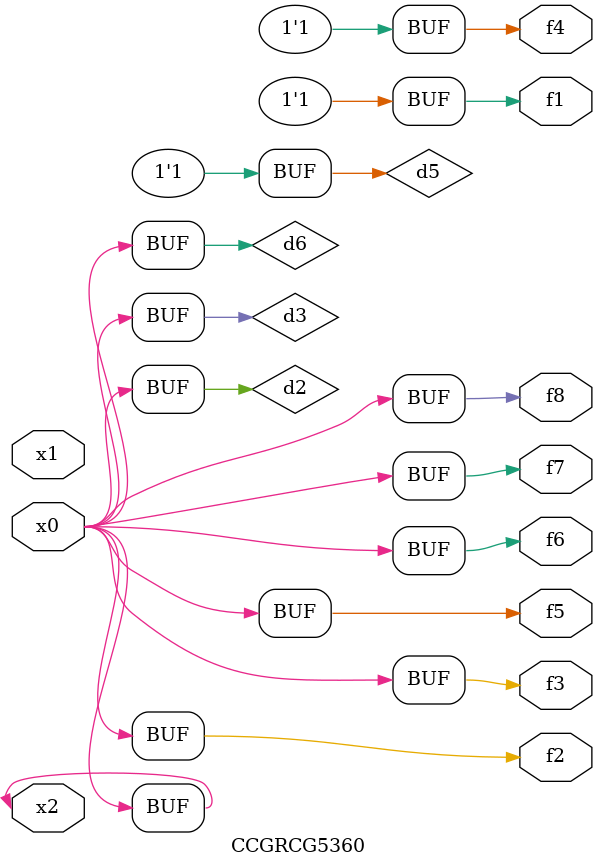
<source format=v>
module CCGRCG5360(
	input x0, x1, x2,
	output f1, f2, f3, f4, f5, f6, f7, f8
);

	wire d1, d2, d3, d4, d5, d6;

	xnor (d1, x2);
	buf (d2, x0, x2);
	and (d3, x0);
	xnor (d4, x1, x2);
	nand (d5, d1, d3);
	buf (d6, d2, d3);
	assign f1 = d5;
	assign f2 = d6;
	assign f3 = d6;
	assign f4 = d5;
	assign f5 = d6;
	assign f6 = d6;
	assign f7 = d6;
	assign f8 = d6;
endmodule

</source>
